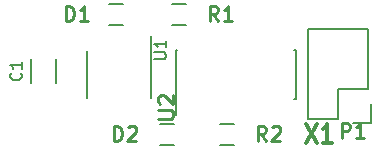
<source format=gto>
G04 #@! TF.FileFunction,Legend,Top*
%FSLAX46Y46*%
G04 Gerber Fmt 4.6, Leading zero omitted, Abs format (unit mm)*
G04 Created by KiCad (PCBNEW 4.0.1-stable) date 9/2/2016 3:58:06 PM*
%MOMM*%
G01*
G04 APERTURE LIST*
%ADD10C,0.150000*%
%ADD11C,0.304800*%
%ADD12C,0.254000*%
G04 APERTURE END LIST*
D10*
D11*
X173367095Y-106283881D02*
X174298429Y-107934881D01*
X174298429Y-106283881D02*
X173367095Y-107934881D01*
X175562381Y-107934881D02*
X174764095Y-107934881D01*
X175163238Y-107934881D02*
X175163238Y-106283881D01*
X175030190Y-106519738D01*
X174897143Y-106676976D01*
X174764095Y-106755595D01*
D10*
X162311000Y-104183000D02*
X162336000Y-104183000D01*
X162311000Y-100033000D02*
X162416000Y-100033000D01*
X172461000Y-100033000D02*
X172356000Y-100033000D01*
X172461000Y-104183000D02*
X172356000Y-104183000D01*
X162311000Y-104183000D02*
X162311000Y-100033000D01*
X172461000Y-104183000D02*
X172461000Y-100033000D01*
X162336000Y-104183000D02*
X162336000Y-105558000D01*
X156626000Y-96153000D02*
X157826000Y-96153000D01*
X157826000Y-97903000D02*
X156626000Y-97903000D01*
X160944000Y-106313000D02*
X162144000Y-106313000D01*
X162144000Y-108063000D02*
X160944000Y-108063000D01*
X178562000Y-103378000D02*
X178562000Y-98298000D01*
X178842000Y-106198000D02*
X177292000Y-106198000D01*
X176022000Y-105918000D02*
X176022000Y-103378000D01*
X176022000Y-103378000D02*
X178562000Y-103378000D01*
X178562000Y-98298000D02*
X173482000Y-98298000D01*
X173482000Y-98298000D02*
X173482000Y-103378000D01*
X178842000Y-106198000D02*
X178842000Y-104648000D01*
X173482000Y-105918000D02*
X176022000Y-105918000D01*
X173482000Y-103378000D02*
X173482000Y-105918000D01*
X161960000Y-96153000D02*
X163160000Y-96153000D01*
X163160000Y-97903000D02*
X161960000Y-97903000D01*
X166024000Y-106313000D02*
X167224000Y-106313000D01*
X167224000Y-108063000D02*
X166024000Y-108063000D01*
X150105000Y-100854000D02*
X150105000Y-102854000D01*
X152155000Y-102854000D02*
X152155000Y-100854000D01*
X154805000Y-100108000D02*
X154805000Y-104108000D01*
X160205000Y-98833000D02*
X160205000Y-104108000D01*
D12*
X160848524Y-105869619D02*
X161876619Y-105869619D01*
X161997571Y-105809143D01*
X162058048Y-105748667D01*
X162118524Y-105627714D01*
X162118524Y-105385810D01*
X162058048Y-105264857D01*
X161997571Y-105204381D01*
X161876619Y-105143905D01*
X160848524Y-105143905D01*
X160969476Y-104599619D02*
X160909000Y-104539143D01*
X160848524Y-104418191D01*
X160848524Y-104115810D01*
X160909000Y-103994857D01*
X160969476Y-103934381D01*
X161090429Y-103873905D01*
X161211381Y-103873905D01*
X161392810Y-103934381D01*
X162118524Y-104660095D01*
X162118524Y-103873905D01*
X152986619Y-97602524D02*
X152986619Y-96332524D01*
X153289000Y-96332524D01*
X153470428Y-96393000D01*
X153591381Y-96513952D01*
X153651857Y-96634905D01*
X153712333Y-96876810D01*
X153712333Y-97058238D01*
X153651857Y-97300143D01*
X153591381Y-97421095D01*
X153470428Y-97542048D01*
X153289000Y-97602524D01*
X152986619Y-97602524D01*
X154921857Y-97602524D02*
X154196143Y-97602524D01*
X154559000Y-97602524D02*
X154559000Y-96332524D01*
X154438048Y-96513952D01*
X154317095Y-96634905D01*
X154196143Y-96695381D01*
X157050619Y-107762524D02*
X157050619Y-106492524D01*
X157353000Y-106492524D01*
X157534428Y-106553000D01*
X157655381Y-106673952D01*
X157715857Y-106794905D01*
X157776333Y-107036810D01*
X157776333Y-107218238D01*
X157715857Y-107460143D01*
X157655381Y-107581095D01*
X157534428Y-107702048D01*
X157353000Y-107762524D01*
X157050619Y-107762524D01*
X158260143Y-106613476D02*
X158320619Y-106553000D01*
X158441571Y-106492524D01*
X158743952Y-106492524D01*
X158864905Y-106553000D01*
X158925381Y-106613476D01*
X158985857Y-106734429D01*
X158985857Y-106855381D01*
X158925381Y-107036810D01*
X158199667Y-107762524D01*
X158985857Y-107762524D01*
X176354619Y-107508524D02*
X176354619Y-106238524D01*
X176838428Y-106238524D01*
X176959381Y-106299000D01*
X177019857Y-106359476D01*
X177080333Y-106480429D01*
X177080333Y-106661857D01*
X177019857Y-106782810D01*
X176959381Y-106843286D01*
X176838428Y-106903762D01*
X176354619Y-106903762D01*
X178289857Y-107508524D02*
X177564143Y-107508524D01*
X177927000Y-107508524D02*
X177927000Y-106238524D01*
X177806048Y-106419952D01*
X177685095Y-106540905D01*
X177564143Y-106601381D01*
X165904333Y-97602524D02*
X165481000Y-96997762D01*
X165178619Y-97602524D02*
X165178619Y-96332524D01*
X165662428Y-96332524D01*
X165783381Y-96393000D01*
X165843857Y-96453476D01*
X165904333Y-96574429D01*
X165904333Y-96755857D01*
X165843857Y-96876810D01*
X165783381Y-96937286D01*
X165662428Y-96997762D01*
X165178619Y-96997762D01*
X167113857Y-97602524D02*
X166388143Y-97602524D01*
X166751000Y-97602524D02*
X166751000Y-96332524D01*
X166630048Y-96513952D01*
X166509095Y-96634905D01*
X166388143Y-96695381D01*
X169968333Y-107762524D02*
X169545000Y-107157762D01*
X169242619Y-107762524D02*
X169242619Y-106492524D01*
X169726428Y-106492524D01*
X169847381Y-106553000D01*
X169907857Y-106613476D01*
X169968333Y-106734429D01*
X169968333Y-106915857D01*
X169907857Y-107036810D01*
X169847381Y-107097286D01*
X169726428Y-107157762D01*
X169242619Y-107157762D01*
X170452143Y-106613476D02*
X170512619Y-106553000D01*
X170633571Y-106492524D01*
X170935952Y-106492524D01*
X171056905Y-106553000D01*
X171117381Y-106613476D01*
X171177857Y-106734429D01*
X171177857Y-106855381D01*
X171117381Y-107036810D01*
X170391667Y-107762524D01*
X171177857Y-107762524D01*
D10*
X149187143Y-102020666D02*
X149234762Y-102068285D01*
X149282381Y-102211142D01*
X149282381Y-102306380D01*
X149234762Y-102449238D01*
X149139524Y-102544476D01*
X149044286Y-102592095D01*
X148853810Y-102639714D01*
X148710952Y-102639714D01*
X148520476Y-102592095D01*
X148425238Y-102544476D01*
X148330000Y-102449238D01*
X148282381Y-102306380D01*
X148282381Y-102211142D01*
X148330000Y-102068285D01*
X148377619Y-102020666D01*
X149282381Y-101068285D02*
X149282381Y-101639714D01*
X149282381Y-101354000D02*
X148282381Y-101354000D01*
X148425238Y-101449238D01*
X148520476Y-101544476D01*
X148568095Y-101639714D01*
X160488381Y-100837905D02*
X161297905Y-100837905D01*
X161393143Y-100790286D01*
X161440762Y-100742667D01*
X161488381Y-100647429D01*
X161488381Y-100456952D01*
X161440762Y-100361714D01*
X161393143Y-100314095D01*
X161297905Y-100266476D01*
X160488381Y-100266476D01*
X161488381Y-99266476D02*
X161488381Y-99837905D01*
X161488381Y-99552191D02*
X160488381Y-99552191D01*
X160631238Y-99647429D01*
X160726476Y-99742667D01*
X160774095Y-99837905D01*
M02*

</source>
